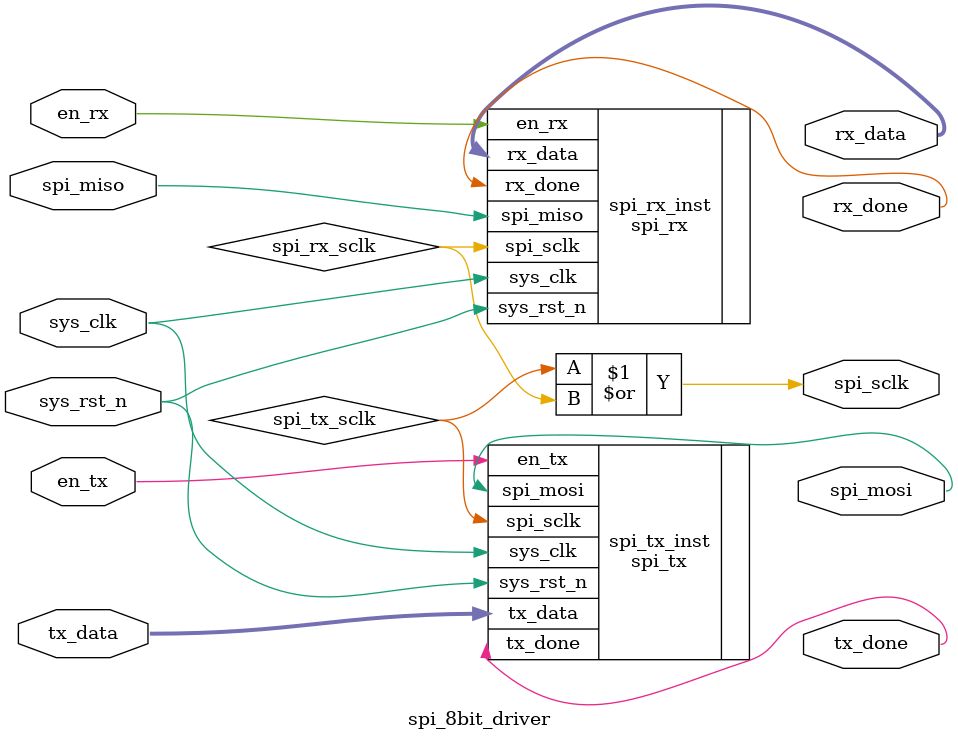
<source format=v>
module spi_8bit_driver (
    input sys_clk,
    input sys_rst_n,
    input en_tx,            // SPI_TX
    input [7:0] tx_data,
    output tx_done,
    output spi_mosi,

    input en_rx,            // SPI_RX
    input spi_miso,
    output rx_done,
    output [7:0] rx_data,
    output spi_sclk         // Used both for TX and RX
);
    wire spi_tx_sclk;
    wire spi_rx_sclk;

    spi_rx spi_rx_inst (
        .sys_clk (sys_clk),
        .sys_rst_n (sys_rst_n),
        .spi_miso (spi_miso),
        .en_rx (en_rx),
        .spi_sclk (spi_rx_sclk),
        .rx_done (rx_done),
        .rx_data (rx_data)
    );

    spi_tx spi_tx_inst (
        .sys_clk (sys_clk),
        .sys_rst_n (sys_rst_n),
        .en_tx (en_tx),
        .tx_data (tx_data),
        .tx_done (tx_done),
        .spi_sclk (spi_tx_sclk),
        .spi_mosi (spi_mosi)
    );

    assign spi_sclk = spi_tx_sclk | spi_rx_sclk;
endmodule
</source>
